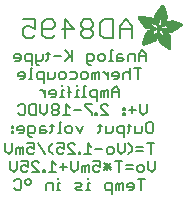
<source format=gbr>
G04 EAGLE Gerber RS-274X export*
G75*
%MOMM*%
%FSLAX34Y34*%
%LPD*%
%INSilkscreen Bottom*%
%IPPOS*%
%AMOC8*
5,1,8,0,0,1.08239X$1,22.5*%
G01*
%ADD10C,0.203200*%
%ADD11C,0.127000*%
%ADD12R,0.006300X0.050800*%
%ADD13R,0.006400X0.082600*%
%ADD14R,0.006300X0.120600*%
%ADD15R,0.006400X0.139700*%
%ADD16R,0.006300X0.158800*%
%ADD17R,0.006400X0.177800*%
%ADD18R,0.006300X0.196800*%
%ADD19R,0.006400X0.215900*%
%ADD20R,0.006300X0.228600*%
%ADD21R,0.006400X0.241300*%
%ADD22R,0.006300X0.254000*%
%ADD23R,0.006400X0.266700*%
%ADD24R,0.006300X0.279400*%
%ADD25R,0.006400X0.285700*%
%ADD26R,0.006300X0.298400*%
%ADD27R,0.006400X0.311200*%
%ADD28R,0.006300X0.317500*%
%ADD29R,0.006400X0.330200*%
%ADD30R,0.006300X0.336600*%
%ADD31R,0.006400X0.349200*%
%ADD32R,0.006300X0.361900*%
%ADD33R,0.006400X0.368300*%
%ADD34R,0.006300X0.381000*%
%ADD35R,0.006400X0.387300*%
%ADD36R,0.006300X0.393700*%
%ADD37R,0.006400X0.406400*%
%ADD38R,0.006300X0.412700*%
%ADD39R,0.006400X0.419100*%
%ADD40R,0.006300X0.431800*%
%ADD41R,0.006400X0.438100*%
%ADD42R,0.006300X0.450800*%
%ADD43R,0.006400X0.457200*%
%ADD44R,0.006300X0.463500*%
%ADD45R,0.006400X0.476200*%
%ADD46R,0.006300X0.482600*%
%ADD47R,0.006400X0.488900*%
%ADD48R,0.006300X0.501600*%
%ADD49R,0.006400X0.508000*%
%ADD50R,0.006300X0.514300*%
%ADD51R,0.006400X0.527000*%
%ADD52R,0.006300X0.533400*%
%ADD53R,0.006400X0.546100*%
%ADD54R,0.006300X0.552400*%
%ADD55R,0.006400X0.558800*%
%ADD56R,0.006300X0.571500*%
%ADD57R,0.006400X0.577800*%
%ADD58R,0.006300X0.584200*%
%ADD59R,0.006400X0.596900*%
%ADD60R,0.006300X0.603200*%
%ADD61R,0.006400X0.609600*%
%ADD62R,0.006300X0.622300*%
%ADD63R,0.006400X0.628600*%
%ADD64R,0.006300X0.641300*%
%ADD65R,0.006400X0.647700*%
%ADD66R,0.006300X0.063500*%
%ADD67R,0.006300X0.654000*%
%ADD68R,0.006400X0.101600*%
%ADD69R,0.006400X0.666700*%
%ADD70R,0.006300X0.139700*%
%ADD71R,0.006300X0.673100*%
%ADD72R,0.006400X0.165100*%
%ADD73R,0.006400X0.679400*%
%ADD74R,0.006300X0.196900*%
%ADD75R,0.006300X0.692100*%
%ADD76R,0.006400X0.222200*%
%ADD77R,0.006400X0.698500*%
%ADD78R,0.006300X0.247700*%
%ADD79R,0.006300X0.704800*%
%ADD80R,0.006400X0.279400*%
%ADD81R,0.006400X0.717500*%
%ADD82R,0.006300X0.298500*%
%ADD83R,0.006300X0.723900*%
%ADD84R,0.006400X0.736600*%
%ADD85R,0.006300X0.342900*%
%ADD86R,0.006300X0.742900*%
%ADD87R,0.006400X0.374700*%
%ADD88R,0.006400X0.749300*%
%ADD89R,0.006300X0.762000*%
%ADD90R,0.006400X0.412700*%
%ADD91R,0.006400X0.768300*%
%ADD92R,0.006300X0.438100*%
%ADD93R,0.006300X0.774700*%
%ADD94R,0.006400X0.463600*%
%ADD95R,0.006400X0.787400*%
%ADD96R,0.006300X0.793700*%
%ADD97R,0.006400X0.495300*%
%ADD98R,0.006400X0.800100*%
%ADD99R,0.006300X0.520700*%
%ADD100R,0.006300X0.812800*%
%ADD101R,0.006400X0.533400*%
%ADD102R,0.006400X0.819100*%
%ADD103R,0.006300X0.558800*%
%ADD104R,0.006300X0.825500*%
%ADD105R,0.006400X0.577900*%
%ADD106R,0.006400X0.831800*%
%ADD107R,0.006300X0.596900*%
%ADD108R,0.006300X0.844500*%
%ADD109R,0.006400X0.616000*%
%ADD110R,0.006400X0.850900*%
%ADD111R,0.006300X0.635000*%
%ADD112R,0.006300X0.857200*%
%ADD113R,0.006400X0.654100*%
%ADD114R,0.006400X0.863600*%
%ADD115R,0.006300X0.666700*%
%ADD116R,0.006300X0.869900*%
%ADD117R,0.006400X0.685800*%
%ADD118R,0.006400X0.876300*%
%ADD119R,0.006300X0.882600*%
%ADD120R,0.006400X0.723900*%
%ADD121R,0.006400X0.889000*%
%ADD122R,0.006300X0.895300*%
%ADD123R,0.006400X0.755700*%
%ADD124R,0.006400X0.901700*%
%ADD125R,0.006300X0.908000*%
%ADD126R,0.006400X0.793800*%
%ADD127R,0.006400X0.914400*%
%ADD128R,0.006300X0.806400*%
%ADD129R,0.006300X0.920700*%
%ADD130R,0.006400X0.825500*%
%ADD131R,0.006400X0.927100*%
%ADD132R,0.006300X0.933400*%
%ADD133R,0.006400X0.857300*%
%ADD134R,0.006400X0.939800*%
%ADD135R,0.006300X0.870000*%
%ADD136R,0.006300X0.939800*%
%ADD137R,0.006400X0.946100*%
%ADD138R,0.006300X0.952500*%
%ADD139R,0.006400X0.908000*%
%ADD140R,0.006400X0.958800*%
%ADD141R,0.006300X0.965200*%
%ADD142R,0.006400X0.965200*%
%ADD143R,0.006300X0.971500*%
%ADD144R,0.006400X0.952500*%
%ADD145R,0.006400X0.977900*%
%ADD146R,0.006300X0.958800*%
%ADD147R,0.006300X0.984200*%
%ADD148R,0.006400X0.971500*%
%ADD149R,0.006400X0.984200*%
%ADD150R,0.006300X0.990600*%
%ADD151R,0.006400X0.984300*%
%ADD152R,0.006400X0.996900*%
%ADD153R,0.006300X0.997000*%
%ADD154R,0.006300X0.996900*%
%ADD155R,0.006400X1.003300*%
%ADD156R,0.006300X1.016000*%
%ADD157R,0.006300X1.009600*%
%ADD158R,0.006400X1.016000*%
%ADD159R,0.006400X1.009600*%
%ADD160R,0.006300X1.022300*%
%ADD161R,0.006400X1.028700*%
%ADD162R,0.006300X1.035100*%
%ADD163R,0.006400X1.047800*%
%ADD164R,0.006300X1.054100*%
%ADD165R,0.006300X1.028700*%
%ADD166R,0.006400X1.054100*%
%ADD167R,0.006400X1.035000*%
%ADD168R,0.006300X1.060400*%
%ADD169R,0.006300X1.035000*%
%ADD170R,0.006400X1.060500*%
%ADD171R,0.006400X1.041400*%
%ADD172R,0.006300X1.066800*%
%ADD173R,0.006300X1.041400*%
%ADD174R,0.006400X1.079500*%
%ADD175R,0.006400X1.047700*%
%ADD176R,0.006300X1.085900*%
%ADD177R,0.006300X1.047700*%
%ADD178R,0.006400X1.085800*%
%ADD179R,0.006300X1.092200*%
%ADD180R,0.006400X1.085900*%
%ADD181R,0.006300X1.098600*%
%ADD182R,0.006400X1.098600*%
%ADD183R,0.006400X1.060400*%
%ADD184R,0.006300X1.104900*%
%ADD185R,0.006400X1.104900*%
%ADD186R,0.006400X1.066800*%
%ADD187R,0.006300X1.111200*%
%ADD188R,0.006400X1.117600*%
%ADD189R,0.006300X1.117600*%
%ADD190R,0.006300X1.073100*%
%ADD191R,0.006400X1.073100*%
%ADD192R,0.006300X1.124000*%
%ADD193R,0.006300X1.079500*%
%ADD194R,0.006400X1.123900*%
%ADD195R,0.006300X1.130300*%
%ADD196R,0.006400X1.130300*%
%ADD197R,0.006400X1.136700*%
%ADD198R,0.006300X1.136700*%
%ADD199R,0.006300X1.085800*%
%ADD200R,0.006400X1.136600*%
%ADD201R,0.006300X1.136600*%
%ADD202R,0.006400X1.143000*%
%ADD203R,0.006300X1.143000*%
%ADD204R,0.006300X1.149400*%
%ADD205R,0.006300X1.149300*%
%ADD206R,0.006400X1.149300*%
%ADD207R,0.006400X1.149400*%
%ADD208R,0.006400X1.155700*%
%ADD209R,0.006300X1.155700*%
%ADD210R,0.006300X1.060500*%
%ADD211R,0.006400X2.197100*%
%ADD212R,0.006300X2.197100*%
%ADD213R,0.006300X2.184400*%
%ADD214R,0.006400X2.184400*%
%ADD215R,0.006400X2.171700*%
%ADD216R,0.006300X2.171700*%
%ADD217R,0.006400X1.530300*%
%ADD218R,0.006300X1.505000*%
%ADD219R,0.006400X1.492300*%
%ADD220R,0.006300X1.485900*%
%ADD221R,0.006300X0.565200*%
%ADD222R,0.006400X1.473200*%
%ADD223R,0.006400X0.565200*%
%ADD224R,0.006300X1.460500*%
%ADD225R,0.006400X1.454100*%
%ADD226R,0.006400X0.552400*%
%ADD227R,0.006300X1.441500*%
%ADD228R,0.006300X0.546100*%
%ADD229R,0.006400X1.435100*%
%ADD230R,0.006400X0.539800*%
%ADD231R,0.006300X1.428800*%
%ADD232R,0.006400X1.422400*%
%ADD233R,0.006300X1.409700*%
%ADD234R,0.006300X0.527100*%
%ADD235R,0.006400X1.403300*%
%ADD236R,0.006400X0.527100*%
%ADD237R,0.006300X1.390700*%
%ADD238R,0.006400X1.384300*%
%ADD239R,0.006400X0.520700*%
%ADD240R,0.006300X1.384300*%
%ADD241R,0.006300X0.514400*%
%ADD242R,0.006400X1.371600*%
%ADD243R,0.006300X1.365200*%
%ADD244R,0.006300X0.508000*%
%ADD245R,0.006400X1.352600*%
%ADD246R,0.006400X0.501700*%
%ADD247R,0.006300X0.711200*%
%ADD248R,0.006300X0.603300*%
%ADD249R,0.006300X0.501700*%
%ADD250R,0.006400X0.692100*%
%ADD251R,0.006400X0.571500*%
%ADD252R,0.006300X0.679400*%
%ADD253R,0.006300X0.495300*%
%ADD254R,0.006400X0.673100*%
%ADD255R,0.006300X0.666800*%
%ADD256R,0.006300X0.488900*%
%ADD257R,0.006400X0.660400*%
%ADD258R,0.006400X0.482600*%
%ADD259R,0.006300X0.476200*%
%ADD260R,0.006400X0.654000*%
%ADD261R,0.006400X0.469900*%
%ADD262R,0.006400X0.476300*%
%ADD263R,0.006300X0.647700*%
%ADD264R,0.006300X0.457200*%
%ADD265R,0.006300X0.469900*%
%ADD266R,0.006400X0.641300*%
%ADD267R,0.006400X0.444500*%
%ADD268R,0.006300X0.463600*%
%ADD269R,0.006400X0.635000*%
%ADD270R,0.006400X0.463500*%
%ADD271R,0.006400X0.393700*%
%ADD272R,0.006400X0.450800*%
%ADD273R,0.006300X0.628600*%
%ADD274R,0.006300X0.387400*%
%ADD275R,0.006300X0.450900*%
%ADD276R,0.006400X0.628700*%
%ADD277R,0.006400X0.374600*%
%ADD278R,0.006300X0.368300*%
%ADD279R,0.006300X0.438200*%
%ADD280R,0.006400X0.622300*%
%ADD281R,0.006400X0.355600*%
%ADD282R,0.006400X0.431800*%
%ADD283R,0.006300X0.349300*%
%ADD284R,0.006300X0.425400*%
%ADD285R,0.006300X0.615900*%
%ADD286R,0.006300X0.330200*%
%ADD287R,0.006300X0.419100*%
%ADD288R,0.006300X0.616000*%
%ADD289R,0.006300X0.311200*%
%ADD290R,0.006300X0.406400*%
%ADD291R,0.006400X0.615900*%
%ADD292R,0.006400X0.304800*%
%ADD293R,0.006400X0.158800*%
%ADD294R,0.006300X0.609600*%
%ADD295R,0.006300X0.292100*%
%ADD296R,0.006300X0.235000*%
%ADD297R,0.006400X0.387400*%
%ADD298R,0.006400X0.292100*%
%ADD299R,0.006300X0.336500*%
%ADD300R,0.006300X0.260400*%
%ADD301R,0.006400X0.603300*%
%ADD302R,0.006400X0.260400*%
%ADD303R,0.006400X0.362000*%
%ADD304R,0.006400X0.450900*%
%ADD305R,0.006300X0.355600*%
%ADD306R,0.006400X0.342900*%
%ADD307R,0.006400X0.514300*%
%ADD308R,0.006300X0.234900*%
%ADD309R,0.006300X0.539700*%
%ADD310R,0.006400X0.603200*%
%ADD311R,0.006400X0.234900*%
%ADD312R,0.006400X0.920700*%
%ADD313R,0.006400X0.958900*%
%ADD314R,0.006300X0.215900*%
%ADD315R,0.006400X0.209600*%
%ADD316R,0.006300X0.203200*%
%ADD317R,0.006300X1.003300*%
%ADD318R,0.006400X0.203200*%
%ADD319R,0.006400X0.196900*%
%ADD320R,0.006300X0.190500*%
%ADD321R,0.006400X0.190500*%
%ADD322R,0.006300X0.184200*%
%ADD323R,0.006400X0.590500*%
%ADD324R,0.006400X0.184200*%
%ADD325R,0.006300X0.590500*%
%ADD326R,0.006300X0.177800*%
%ADD327R,0.006400X0.584200*%
%ADD328R,0.006400X1.168400*%
%ADD329R,0.006300X0.171500*%
%ADD330R,0.006300X1.187500*%
%ADD331R,0.006400X1.200100*%
%ADD332R,0.006300X0.577800*%
%ADD333R,0.006300X1.212900*%
%ADD334R,0.006400X1.231900*%
%ADD335R,0.006300X1.250900*%
%ADD336R,0.006400X0.565100*%
%ADD337R,0.006400X0.184100*%
%ADD338R,0.006400X1.263700*%
%ADD339R,0.006300X0.565100*%
%ADD340R,0.006300X1.289100*%
%ADD341R,0.006400X1.314400*%
%ADD342R,0.006300X0.552500*%
%ADD343R,0.006300X1.568500*%
%ADD344R,0.006400X0.552500*%
%ADD345R,0.006400X1.581200*%
%ADD346R,0.006300X1.593800*%
%ADD347R,0.006400X1.606500*%
%ADD348R,0.006300X1.619300*%
%ADD349R,0.006400X0.514400*%
%ADD350R,0.006400X1.638300*%
%ADD351R,0.006300X1.657300*%
%ADD352R,0.006400X2.209800*%
%ADD353R,0.006300X2.425700*%
%ADD354R,0.006400X2.470100*%
%ADD355R,0.006300X2.501900*%
%ADD356R,0.006400X2.533700*%
%ADD357R,0.006300X2.559000*%
%ADD358R,0.006400X2.584500*%
%ADD359R,0.006300X2.609900*%
%ADD360R,0.006400X2.628900*%
%ADD361R,0.006300X2.660600*%
%ADD362R,0.006400X2.673400*%
%ADD363R,0.006300X1.422400*%
%ADD364R,0.006300X1.200200*%
%ADD365R,0.006300X1.365300*%
%ADD366R,0.006400X1.365300*%
%ADD367R,0.006300X1.352500*%
%ADD368R,0.006300X1.098500*%
%ADD369R,0.006400X1.358900*%
%ADD370R,0.006300X1.352600*%
%ADD371R,0.006300X1.358900*%
%ADD372R,0.006300X1.371600*%
%ADD373R,0.006400X1.377900*%
%ADD374R,0.006400X1.397000*%
%ADD375R,0.006300X1.403300*%
%ADD376R,0.006300X0.914400*%
%ADD377R,0.006300X0.876300*%
%ADD378R,0.006300X0.374600*%
%ADD379R,0.006400X1.073200*%
%ADD380R,0.006300X0.374700*%
%ADD381R,0.006400X0.844600*%
%ADD382R,0.006300X0.844600*%
%ADD383R,0.006400X0.831900*%
%ADD384R,0.006400X1.092200*%
%ADD385R,0.006300X0.400000*%
%ADD386R,0.006400X0.819200*%
%ADD387R,0.006400X1.111300*%
%ADD388R,0.006400X0.812800*%
%ADD389R,0.006300X0.800100*%
%ADD390R,0.006300X0.476300*%
%ADD391R,0.006300X1.181100*%
%ADD392R,0.006400X0.501600*%
%ADD393R,0.006400X1.193800*%
%ADD394R,0.006400X0.781000*%
%ADD395R,0.006400X1.238200*%
%ADD396R,0.006300X0.781100*%
%ADD397R,0.006300X1.257300*%
%ADD398R,0.006400X1.295400*%
%ADD399R,0.006300X1.333500*%
%ADD400R,0.006400X0.774700*%
%ADD401R,0.006400X1.866900*%
%ADD402R,0.006300X0.209600*%
%ADD403R,0.006300X1.866900*%
%ADD404R,0.006400X0.768400*%
%ADD405R,0.006400X0.209500*%
%ADD406R,0.006400X1.860600*%
%ADD407R,0.006400X0.762000*%
%ADD408R,0.006300X0.768400*%
%ADD409R,0.006300X1.860600*%
%ADD410R,0.006400X1.860500*%
%ADD411R,0.006300X0.222300*%
%ADD412R,0.006300X1.854200*%
%ADD413R,0.006400X0.235000*%
%ADD414R,0.006400X1.854200*%
%ADD415R,0.006300X0.768300*%
%ADD416R,0.006400X0.260300*%
%ADD417R,0.006400X1.847800*%
%ADD418R,0.006300X0.266700*%
%ADD419R,0.006300X1.847800*%
%ADD420R,0.006400X0.273100*%
%ADD421R,0.006400X1.841500*%
%ADD422R,0.006300X0.285800*%
%ADD423R,0.006300X1.841500*%
%ADD424R,0.006400X0.298500*%
%ADD425R,0.006400X1.835100*%
%ADD426R,0.006300X0.781000*%
%ADD427R,0.006300X0.304800*%
%ADD428R,0.006300X1.835100*%
%ADD429R,0.006400X0.317500*%
%ADD430R,0.006400X1.828800*%
%ADD431R,0.006300X0.787400*%
%ADD432R,0.006300X0.323800*%
%ADD433R,0.006300X1.828800*%
%ADD434R,0.006400X0.793700*%
%ADD435R,0.006400X1.822400*%
%ADD436R,0.006300X0.806500*%
%ADD437R,0.006300X1.822400*%
%ADD438R,0.006400X1.816100*%
%ADD439R,0.006300X0.819100*%
%ADD440R,0.006300X0.387300*%
%ADD441R,0.006300X1.816100*%
%ADD442R,0.006400X1.809800*%
%ADD443R,0.006300X1.803400*%
%ADD444R,0.006400X1.797000*%
%ADD445R,0.006300X0.901700*%
%ADD446R,0.006300X1.797000*%
%ADD447R,0.006400X1.441400*%
%ADD448R,0.006400X1.790700*%
%ADD449R,0.006300X1.447800*%
%ADD450R,0.006300X1.784300*%
%ADD451R,0.006400X1.447800*%
%ADD452R,0.006400X1.784300*%
%ADD453R,0.006300X1.454100*%
%ADD454R,0.006300X1.771700*%
%ADD455R,0.006400X1.460500*%
%ADD456R,0.006400X1.759000*%
%ADD457R,0.006300X1.466800*%
%ADD458R,0.006300X1.752600*%
%ADD459R,0.006400X1.466800*%
%ADD460R,0.006400X1.739900*%
%ADD461R,0.006300X1.473200*%
%ADD462R,0.006300X1.727200*%
%ADD463R,0.006400X1.479500*%
%ADD464R,0.006400X1.714500*%
%ADD465R,0.006300X1.695400*%
%ADD466R,0.006400X1.485900*%
%ADD467R,0.006400X1.682700*%
%ADD468R,0.006300X1.492200*%
%ADD469R,0.006300X1.663700*%
%ADD470R,0.006400X1.498600*%
%ADD471R,0.006400X1.644600*%
%ADD472R,0.006300X1.498600*%
%ADD473R,0.006300X1.619200*%
%ADD474R,0.006400X1.511300*%
%ADD475R,0.006400X1.600200*%
%ADD476R,0.006300X1.517700*%
%ADD477R,0.006300X1.574800*%
%ADD478R,0.006400X1.524000*%
%ADD479R,0.006400X1.555800*%
%ADD480R,0.006300X1.524000*%
%ADD481R,0.006300X1.536700*%
%ADD482R,0.006400X1.530400*%
%ADD483R,0.006400X1.517700*%
%ADD484R,0.006300X1.492300*%
%ADD485R,0.006400X1.549400*%
%ADD486R,0.006400X1.479600*%
%ADD487R,0.006300X1.549400*%
%ADD488R,0.006400X1.555700*%
%ADD489R,0.006300X1.562100*%
%ADD490R,0.006300X0.323900*%
%ADD491R,0.006400X1.568400*%
%ADD492R,0.006400X0.336600*%
%ADD493R,0.006300X1.587500*%
%ADD494R,0.006300X0.971600*%
%ADD495R,0.006400X0.349300*%
%ADD496R,0.006300X1.600200*%
%ADD497R,0.006300X0.920800*%
%ADD498R,0.006400X0.882700*%
%ADD499R,0.006300X1.612900*%
%ADD500R,0.006300X0.362000*%
%ADD501R,0.006400X1.625600*%
%ADD502R,0.006300X1.625600*%
%ADD503R,0.006300X1.644600*%
%ADD504R,0.006300X0.736600*%
%ADD505R,0.006400X0.717600*%
%ADD506R,0.006300X1.657400*%
%ADD507R,0.006300X0.679500*%
%ADD508R,0.006400X1.663700*%
%ADD509R,0.006400X0.400000*%
%ADD510R,0.006300X1.676400*%
%ADD511R,0.006400X1.676400*%
%ADD512R,0.006400X0.425500*%
%ADD513R,0.006400X1.352500*%
%ADD514R,0.006300X0.444500*%
%ADD515R,0.006400X0.361900*%
%ADD516R,0.006300X0.088900*%
%ADD517R,0.006300X1.009700*%
%ADD518R,0.006400X1.009700*%
%ADD519R,0.006400X1.022300*%
%ADD520R,0.006400X1.346200*%
%ADD521R,0.006300X1.346200*%
%ADD522R,0.006400X1.339900*%
%ADD523R,0.006400X1.035100*%
%ADD524R,0.006300X1.339800*%
%ADD525R,0.006400X1.333500*%
%ADD526R,0.006400X1.327200*%
%ADD527R,0.006300X1.320800*%
%ADD528R,0.006400X1.314500*%
%ADD529R,0.006300X1.314400*%
%ADD530R,0.006400X1.301700*%
%ADD531R,0.006300X1.295400*%
%ADD532R,0.006400X1.289000*%
%ADD533R,0.006300X1.276300*%
%ADD534R,0.006300X1.251000*%
%ADD535R,0.006400X1.244600*%
%ADD536R,0.006300X1.231900*%
%ADD537R,0.006400X1.212800*%
%ADD538R,0.006300X1.200100*%
%ADD539R,0.006400X1.187400*%
%ADD540R,0.006300X1.168400*%
%ADD541R,0.006300X1.047800*%
%ADD542R,0.006300X0.977900*%
%ADD543R,0.006400X0.946200*%
%ADD544R,0.006400X0.933400*%
%ADD545R,0.006400X0.895300*%
%ADD546R,0.006300X0.882700*%
%ADD547R,0.006300X0.863600*%
%ADD548R,0.006400X0.857200*%
%ADD549R,0.006300X0.850900*%
%ADD550R,0.006300X0.838200*%
%ADD551R,0.006400X0.806500*%
%ADD552R,0.006300X0.717600*%
%ADD553R,0.006400X0.711200*%
%ADD554R,0.006400X0.641400*%
%ADD555R,0.006300X0.641400*%
%ADD556R,0.006300X0.628700*%
%ADD557R,0.006300X0.590600*%
%ADD558R,0.006400X0.539700*%
%ADD559R,0.006300X0.285700*%
%ADD560R,0.006300X0.222200*%
%ADD561R,0.006300X0.171400*%
%ADD562R,0.006400X0.152400*%
%ADD563R,0.006300X0.133400*%


D10*
X149699Y136906D02*
X149699Y147414D01*
X144445Y152667D01*
X139191Y147414D01*
X139191Y136906D01*
X139191Y144787D02*
X149699Y144787D01*
X133327Y152667D02*
X133327Y136906D01*
X125446Y136906D01*
X122820Y139533D01*
X122820Y150041D01*
X125446Y152667D01*
X133327Y152667D01*
X116956Y150041D02*
X114329Y152667D01*
X109075Y152667D01*
X106448Y150041D01*
X106448Y147414D01*
X109075Y144787D01*
X106448Y142160D01*
X106448Y139533D01*
X109075Y136906D01*
X114329Y136906D01*
X116956Y139533D01*
X116956Y142160D01*
X114329Y144787D01*
X116956Y147414D01*
X116956Y150041D01*
X114329Y144787D02*
X109075Y144787D01*
X92703Y152667D02*
X92703Y136906D01*
X100584Y144787D02*
X92703Y152667D01*
X90076Y144787D02*
X100584Y144787D01*
X84213Y139533D02*
X81586Y136906D01*
X76332Y136906D01*
X73705Y139533D01*
X73705Y150041D01*
X76332Y152667D01*
X81586Y152667D01*
X84213Y150041D01*
X84213Y147414D01*
X81586Y144787D01*
X73705Y144787D01*
X67841Y152667D02*
X57333Y152667D01*
X67841Y152667D02*
X67841Y144787D01*
X62587Y147414D01*
X59960Y147414D01*
X57333Y144787D01*
X57333Y139533D01*
X59960Y136906D01*
X65214Y136906D01*
X67841Y139533D01*
D11*
X161195Y123407D02*
X161195Y117475D01*
X161195Y123407D02*
X158230Y126373D01*
X155264Y123407D01*
X155264Y117475D01*
X155264Y121924D02*
X161195Y121924D01*
X151840Y123407D02*
X151840Y117475D01*
X151840Y123407D02*
X147391Y123407D01*
X145908Y121924D01*
X145908Y117475D01*
X141002Y123407D02*
X138036Y123407D01*
X136553Y121924D01*
X136553Y117475D01*
X141002Y117475D01*
X142485Y118958D01*
X141002Y120441D01*
X136553Y120441D01*
X133130Y126373D02*
X131647Y126373D01*
X131647Y117475D01*
X133130Y117475D02*
X130164Y117475D01*
X125410Y117475D02*
X122444Y117475D01*
X120961Y118958D01*
X120961Y121924D01*
X122444Y123407D01*
X125410Y123407D01*
X126893Y121924D01*
X126893Y118958D01*
X125410Y117475D01*
X114572Y114509D02*
X113089Y114509D01*
X111606Y115992D01*
X111606Y123407D01*
X116055Y123407D01*
X117538Y121924D01*
X117538Y118958D01*
X116055Y117475D01*
X111606Y117475D01*
X98827Y117475D02*
X98827Y126373D01*
X92896Y126373D02*
X98827Y120441D01*
X97345Y121924D02*
X92896Y117475D01*
X89472Y121924D02*
X83541Y121924D01*
X78634Y124890D02*
X78634Y118958D01*
X77151Y117475D01*
X77151Y123407D02*
X80117Y123407D01*
X73880Y123407D02*
X73880Y118958D01*
X72397Y117475D01*
X67949Y117475D01*
X67949Y115992D02*
X67949Y123407D01*
X67949Y115992D02*
X69432Y114509D01*
X70914Y114509D01*
X64525Y114509D02*
X64525Y123407D01*
X60076Y123407D01*
X58593Y121924D01*
X58593Y118958D01*
X60076Y117475D01*
X64525Y117475D01*
X53687Y117475D02*
X50721Y117475D01*
X53687Y117475D02*
X55170Y118958D01*
X55170Y121924D01*
X53687Y123407D01*
X50721Y123407D01*
X49238Y121924D01*
X49238Y120441D01*
X55170Y120441D01*
X154332Y111133D02*
X154332Y102235D01*
X157297Y111133D02*
X151366Y111133D01*
X147942Y111133D02*
X147942Y102235D01*
X147942Y106684D02*
X146459Y108167D01*
X143493Y108167D01*
X142010Y106684D01*
X142010Y102235D01*
X137104Y102235D02*
X134138Y102235D01*
X137104Y102235D02*
X138587Y103718D01*
X138587Y106684D01*
X137104Y108167D01*
X134138Y108167D01*
X132655Y106684D01*
X132655Y105201D01*
X138587Y105201D01*
X129232Y102235D02*
X129232Y108167D01*
X129232Y105201D02*
X126266Y108167D01*
X124783Y108167D01*
X121436Y108167D02*
X121436Y102235D01*
X121436Y108167D02*
X119953Y108167D01*
X118470Y106684D01*
X118470Y102235D01*
X118470Y106684D02*
X116987Y108167D01*
X115504Y106684D01*
X115504Y102235D01*
X110598Y102235D02*
X107632Y102235D01*
X106149Y103718D01*
X106149Y106684D01*
X107632Y108167D01*
X110598Y108167D01*
X112081Y106684D01*
X112081Y103718D01*
X110598Y102235D01*
X101243Y108167D02*
X96794Y108167D01*
X101243Y108167D02*
X102725Y106684D01*
X102725Y103718D01*
X101243Y102235D01*
X96794Y102235D01*
X91887Y102235D02*
X88922Y102235D01*
X87439Y103718D01*
X87439Y106684D01*
X88922Y108167D01*
X91887Y108167D01*
X93370Y106684D01*
X93370Y103718D01*
X91887Y102235D01*
X84015Y103718D02*
X84015Y108167D01*
X84015Y103718D02*
X82532Y102235D01*
X78083Y102235D01*
X78083Y108167D01*
X74660Y108167D02*
X74660Y99269D01*
X74660Y108167D02*
X70211Y108167D01*
X68728Y106684D01*
X68728Y103718D01*
X70211Y102235D01*
X74660Y102235D01*
X65305Y111133D02*
X63822Y111133D01*
X63822Y102235D01*
X65305Y102235D02*
X62339Y102235D01*
X57585Y102235D02*
X54619Y102235D01*
X57585Y102235D02*
X59068Y103718D01*
X59068Y106684D01*
X57585Y108167D01*
X54619Y108167D01*
X53136Y106684D01*
X53136Y105201D01*
X59068Y105201D01*
X138587Y92927D02*
X138587Y86995D01*
X138587Y92927D02*
X135621Y95893D01*
X132655Y92927D01*
X132655Y86995D01*
X132655Y91444D02*
X138587Y91444D01*
X129232Y92927D02*
X129232Y86995D01*
X129232Y92927D02*
X127749Y92927D01*
X126266Y91444D01*
X126266Y86995D01*
X126266Y91444D02*
X124783Y92927D01*
X123300Y91444D01*
X123300Y86995D01*
X119877Y84029D02*
X119877Y92927D01*
X115428Y92927D01*
X113945Y91444D01*
X113945Y88478D01*
X115428Y86995D01*
X119877Y86995D01*
X110521Y95893D02*
X109039Y95893D01*
X109039Y86995D01*
X110521Y86995D02*
X107556Y86995D01*
X104285Y92927D02*
X102802Y92927D01*
X102802Y86995D01*
X104285Y86995D02*
X101319Y86995D01*
X102802Y95893D02*
X102802Y97376D01*
X96565Y94410D02*
X96565Y86995D01*
X96565Y94410D02*
X95082Y95893D01*
X95082Y91444D02*
X98048Y91444D01*
X91811Y92927D02*
X90328Y92927D01*
X90328Y86995D01*
X91811Y86995D02*
X88845Y86995D01*
X90328Y95893D02*
X90328Y97376D01*
X84091Y86995D02*
X81126Y86995D01*
X84091Y86995D02*
X85574Y88478D01*
X85574Y91444D01*
X84091Y92927D01*
X81126Y92927D01*
X79643Y91444D01*
X79643Y89961D01*
X85574Y89961D01*
X76219Y86995D02*
X76219Y92927D01*
X76219Y89961D02*
X73253Y92927D01*
X71770Y92927D01*
X162176Y80653D02*
X162176Y74721D01*
X159210Y71755D01*
X156244Y74721D01*
X156244Y80653D01*
X152821Y76204D02*
X146889Y76204D01*
X149855Y79170D02*
X149855Y73238D01*
X143466Y77687D02*
X141983Y77687D01*
X141983Y76204D01*
X143466Y76204D01*
X143466Y77687D01*
X143466Y73238D02*
X141983Y73238D01*
X141983Y71755D01*
X143466Y71755D01*
X143466Y73238D01*
X129433Y71755D02*
X123501Y71755D01*
X129433Y71755D02*
X123501Y77687D01*
X123501Y79170D01*
X124984Y80653D01*
X127950Y80653D01*
X129433Y79170D01*
X120078Y73238D02*
X120078Y71755D01*
X120078Y73238D02*
X118595Y73238D01*
X118595Y71755D01*
X120078Y71755D01*
X115400Y80653D02*
X109469Y80653D01*
X109469Y79170D01*
X115400Y73238D01*
X115400Y71755D01*
X106045Y76204D02*
X100113Y76204D01*
X96690Y77687D02*
X93724Y80653D01*
X93724Y71755D01*
X96690Y71755D02*
X90758Y71755D01*
X87335Y79170D02*
X85852Y80653D01*
X82886Y80653D01*
X81403Y79170D01*
X81403Y77687D01*
X82886Y76204D01*
X81403Y74721D01*
X81403Y73238D01*
X82886Y71755D01*
X85852Y71755D01*
X87335Y73238D01*
X87335Y74721D01*
X85852Y76204D01*
X87335Y77687D01*
X87335Y79170D01*
X85852Y76204D02*
X82886Y76204D01*
X77979Y74721D02*
X77979Y80653D01*
X77979Y74721D02*
X75014Y71755D01*
X72048Y74721D01*
X72048Y80653D01*
X68624Y80653D02*
X68624Y71755D01*
X64176Y71755D01*
X62693Y73238D01*
X62693Y79170D01*
X64176Y80653D01*
X68624Y80653D01*
X54820Y80653D02*
X53337Y79170D01*
X54820Y80653D02*
X57786Y80653D01*
X59269Y79170D01*
X59269Y73238D01*
X57786Y71755D01*
X54820Y71755D01*
X53337Y73238D01*
X163185Y65413D02*
X166150Y65413D01*
X167633Y63930D01*
X167633Y57998D01*
X166150Y56515D01*
X163185Y56515D01*
X161702Y57998D01*
X161702Y63930D01*
X163185Y65413D01*
X158278Y62447D02*
X158278Y57998D01*
X156795Y56515D01*
X152346Y56515D01*
X152346Y62447D01*
X147440Y63930D02*
X147440Y57998D01*
X145957Y56515D01*
X145957Y62447D02*
X148923Y62447D01*
X142686Y62447D02*
X142686Y53549D01*
X142686Y62447D02*
X138237Y62447D01*
X136754Y60964D01*
X136754Y57998D01*
X138237Y56515D01*
X142686Y56515D01*
X133331Y57998D02*
X133331Y62447D01*
X133331Y57998D02*
X131848Y56515D01*
X127399Y56515D01*
X127399Y62447D01*
X122493Y63930D02*
X122493Y57998D01*
X121010Y56515D01*
X121010Y62447D02*
X123976Y62447D01*
X108384Y62447D02*
X105418Y56515D01*
X102452Y62447D01*
X97546Y56515D02*
X94580Y56515D01*
X93097Y57998D01*
X93097Y60964D01*
X94580Y62447D01*
X97546Y62447D01*
X99029Y60964D01*
X99029Y57998D01*
X97546Y56515D01*
X89673Y65413D02*
X88191Y65413D01*
X88191Y56515D01*
X89673Y56515D02*
X86708Y56515D01*
X81954Y57998D02*
X81954Y63930D01*
X81954Y57998D02*
X80471Y56515D01*
X80471Y62447D02*
X83437Y62447D01*
X75717Y62447D02*
X72751Y62447D01*
X71268Y60964D01*
X71268Y56515D01*
X75717Y56515D01*
X77200Y57998D01*
X75717Y59481D01*
X71268Y59481D01*
X64879Y53549D02*
X63396Y53549D01*
X61913Y55032D01*
X61913Y62447D01*
X66362Y62447D01*
X67845Y60964D01*
X67845Y57998D01*
X66362Y56515D01*
X61913Y56515D01*
X57007Y56515D02*
X54041Y56515D01*
X57007Y56515D02*
X58490Y57998D01*
X58490Y60964D01*
X57007Y62447D01*
X54041Y62447D01*
X52558Y60964D01*
X52558Y59481D01*
X58490Y59481D01*
X49134Y62447D02*
X47651Y62447D01*
X47651Y60964D01*
X49134Y60964D01*
X49134Y62447D01*
X49134Y57998D02*
X47651Y57998D01*
X47651Y56515D01*
X49134Y56515D01*
X49134Y57998D01*
X165246Y47633D02*
X165246Y38735D01*
X168212Y47633D02*
X162280Y47633D01*
X158857Y41701D02*
X152925Y41701D01*
X152925Y44667D02*
X158857Y44667D01*
X149501Y41701D02*
X146536Y38735D01*
X149501Y41701D02*
X149501Y44667D01*
X146536Y47633D01*
X143265Y47633D02*
X143265Y41701D01*
X140299Y38735D01*
X137333Y41701D01*
X137333Y47633D01*
X132427Y38735D02*
X129461Y38735D01*
X127978Y40218D01*
X127978Y43184D01*
X129461Y44667D01*
X132427Y44667D01*
X133909Y43184D01*
X133909Y40218D01*
X132427Y38735D01*
X124554Y43184D02*
X118623Y43184D01*
X115199Y44667D02*
X112233Y47633D01*
X112233Y38735D01*
X115199Y38735D02*
X109267Y38735D01*
X105844Y38735D02*
X105844Y40218D01*
X104361Y40218D01*
X104361Y38735D01*
X105844Y38735D01*
X101166Y38735D02*
X95235Y38735D01*
X101166Y38735D02*
X95235Y44667D01*
X95235Y46150D01*
X96717Y47633D01*
X99683Y47633D01*
X101166Y46150D01*
X91811Y47633D02*
X85879Y47633D01*
X91811Y47633D02*
X91811Y43184D01*
X88845Y44667D01*
X87362Y44667D01*
X85879Y43184D01*
X85879Y40218D01*
X87362Y38735D01*
X90328Y38735D01*
X91811Y40218D01*
X82456Y38735D02*
X79490Y41701D01*
X79490Y44667D01*
X82456Y47633D01*
X76219Y38735D02*
X70287Y47633D01*
X66864Y47633D02*
X60932Y47633D01*
X66864Y47633D02*
X66864Y43184D01*
X63898Y44667D01*
X62415Y44667D01*
X60932Y43184D01*
X60932Y40218D01*
X62415Y38735D01*
X65381Y38735D01*
X66864Y40218D01*
X57509Y38735D02*
X57509Y44667D01*
X56026Y44667D01*
X54543Y43184D01*
X54543Y38735D01*
X54543Y43184D02*
X53060Y44667D01*
X51577Y43184D01*
X51577Y38735D01*
X48154Y41701D02*
X48154Y47633D01*
X48154Y41701D02*
X45188Y38735D01*
X42222Y41701D01*
X42222Y47633D01*
X169193Y32393D02*
X169193Y26461D01*
X166227Y23495D01*
X163261Y26461D01*
X163261Y32393D01*
X158354Y23495D02*
X155389Y23495D01*
X153906Y24978D01*
X153906Y27944D01*
X155389Y29427D01*
X158354Y29427D01*
X159837Y27944D01*
X159837Y24978D01*
X158354Y23495D01*
X150482Y26461D02*
X144550Y26461D01*
X144550Y29427D02*
X150482Y29427D01*
X138161Y32393D02*
X138161Y23495D01*
X141127Y32393D02*
X135195Y32393D01*
X131772Y30910D02*
X125840Y24978D01*
X131772Y24978D02*
X125840Y30910D01*
X125840Y27944D02*
X131772Y27944D01*
X128806Y24978D02*
X128806Y30910D01*
X122417Y32393D02*
X116485Y32393D01*
X122417Y32393D02*
X122417Y27944D01*
X119451Y29427D01*
X117968Y29427D01*
X116485Y27944D01*
X116485Y24978D01*
X117968Y23495D01*
X120934Y23495D01*
X122417Y24978D01*
X113061Y23495D02*
X113061Y29427D01*
X111579Y29427D01*
X110096Y27944D01*
X110096Y23495D01*
X110096Y27944D02*
X108613Y29427D01*
X107130Y27944D01*
X107130Y23495D01*
X103706Y26461D02*
X103706Y32393D01*
X103706Y26461D02*
X100740Y23495D01*
X97775Y26461D01*
X97775Y32393D01*
X94351Y27944D02*
X88419Y27944D01*
X91385Y30910D02*
X91385Y24978D01*
X84996Y29427D02*
X82030Y32393D01*
X82030Y23495D01*
X84996Y23495D02*
X79064Y23495D01*
X75641Y23495D02*
X75641Y24978D01*
X74158Y24978D01*
X74158Y23495D01*
X75641Y23495D01*
X70963Y23495D02*
X65031Y23495D01*
X70963Y23495D02*
X65031Y29427D01*
X65031Y30910D01*
X66514Y32393D01*
X69480Y32393D01*
X70963Y30910D01*
X61608Y32393D02*
X55676Y32393D01*
X61608Y32393D02*
X61608Y27944D01*
X58642Y29427D01*
X57159Y29427D01*
X55676Y27944D01*
X55676Y24978D01*
X57159Y23495D01*
X60125Y23495D01*
X61608Y24978D01*
X52253Y26461D02*
X52253Y32393D01*
X52253Y26461D02*
X49287Y23495D01*
X46321Y26461D01*
X46321Y32393D01*
X157450Y17153D02*
X157450Y8255D01*
X160416Y17153D02*
X154484Y17153D01*
X149578Y8255D02*
X146612Y8255D01*
X149578Y8255D02*
X151061Y9738D01*
X151061Y12704D01*
X149578Y14187D01*
X146612Y14187D01*
X145129Y12704D01*
X145129Y11221D01*
X151061Y11221D01*
X141705Y8255D02*
X141705Y14187D01*
X140222Y14187D01*
X138740Y12704D01*
X138740Y8255D01*
X138740Y12704D02*
X137257Y14187D01*
X135774Y12704D01*
X135774Y8255D01*
X132350Y5289D02*
X132350Y14187D01*
X127901Y14187D01*
X126418Y12704D01*
X126418Y9738D01*
X127901Y8255D01*
X132350Y8255D01*
X113640Y14187D02*
X112157Y14187D01*
X112157Y8255D01*
X113640Y8255D02*
X110674Y8255D01*
X112157Y17153D02*
X112157Y18636D01*
X107403Y8255D02*
X102954Y8255D01*
X101471Y9738D01*
X102954Y11221D01*
X105920Y11221D01*
X107403Y12704D01*
X105920Y14187D01*
X101471Y14187D01*
X88693Y14187D02*
X87210Y14187D01*
X87210Y8255D01*
X88693Y8255D02*
X85727Y8255D01*
X87210Y17153D02*
X87210Y18636D01*
X82456Y14187D02*
X82456Y8255D01*
X82456Y14187D02*
X78007Y14187D01*
X76524Y12704D01*
X76524Y8255D01*
X62263Y17153D02*
X60780Y17153D01*
X59297Y15670D01*
X59297Y14187D01*
X60780Y12704D01*
X62263Y12704D01*
X63746Y14187D01*
X63746Y15670D01*
X62263Y17153D01*
X51501Y17153D02*
X50018Y15670D01*
X51501Y17153D02*
X54467Y17153D01*
X55950Y15670D01*
X55950Y9738D01*
X54467Y8255D01*
X51501Y8255D01*
X50018Y9738D01*
D12*
X155131Y153638D03*
D13*
X155194Y153670D03*
D14*
X155258Y153670D03*
D15*
X155321Y153639D03*
D16*
X155385Y153670D03*
D17*
X155448Y153638D03*
D18*
X155512Y153670D03*
D19*
X155575Y153639D03*
D20*
X155639Y153638D03*
D21*
X155702Y153575D03*
D22*
X155766Y153575D03*
D23*
X155829Y153512D03*
D24*
X155893Y153511D03*
D25*
X155956Y153480D03*
D26*
X156020Y153416D03*
D27*
X156083Y153416D03*
D28*
X156147Y153385D03*
D29*
X156210Y153321D03*
D30*
X156274Y153289D03*
D31*
X156337Y153289D03*
D32*
X156401Y153226D03*
D33*
X156464Y153194D03*
D34*
X156528Y153130D03*
D35*
X156591Y153099D03*
D36*
X156655Y153067D03*
D37*
X156718Y153003D03*
D38*
X156782Y152972D03*
D39*
X156845Y152940D03*
D40*
X156909Y152876D03*
D41*
X156972Y152845D03*
D42*
X157036Y152781D03*
D43*
X157099Y152749D03*
D44*
X157163Y152718D03*
D45*
X157226Y152654D03*
D46*
X157290Y152622D03*
D47*
X157353Y152591D03*
D48*
X157417Y152527D03*
D49*
X157480Y152495D03*
D50*
X157544Y152464D03*
D51*
X157607Y152400D03*
D52*
X157671Y152368D03*
D53*
X157734Y152305D03*
D54*
X157798Y152273D03*
D55*
X157861Y152241D03*
D56*
X157925Y152178D03*
D57*
X157988Y152146D03*
D58*
X158052Y152114D03*
D59*
X158115Y152051D03*
D60*
X158179Y152019D03*
D61*
X158242Y151987D03*
D62*
X158306Y151924D03*
D63*
X158369Y151892D03*
D64*
X158433Y151829D03*
D65*
X158496Y151797D03*
D66*
X158560Y131985D03*
D67*
X158560Y151765D03*
D68*
X158623Y131985D03*
D69*
X158623Y151702D03*
D70*
X158687Y132049D03*
D71*
X158687Y151670D03*
D72*
X158750Y132112D03*
D73*
X158750Y151638D03*
D74*
X158814Y132144D03*
D75*
X158814Y151575D03*
D76*
X158877Y132207D03*
D77*
X158877Y151543D03*
D78*
X158941Y132271D03*
D79*
X158941Y151511D03*
D80*
X159004Y132366D03*
D81*
X159004Y151448D03*
D82*
X159068Y132398D03*
D83*
X159068Y151416D03*
D29*
X159131Y132493D03*
D84*
X159131Y151352D03*
D85*
X159195Y132557D03*
D86*
X159195Y151321D03*
D87*
X159258Y132652D03*
D88*
X159258Y151289D03*
D36*
X159322Y132747D03*
D89*
X159322Y151225D03*
D90*
X159385Y132779D03*
D91*
X159385Y151194D03*
D92*
X159449Y132906D03*
D93*
X159449Y151162D03*
D94*
X159512Y132969D03*
D95*
X159512Y151098D03*
D46*
X159576Y133064D03*
D96*
X159576Y151067D03*
D97*
X159639Y133128D03*
D98*
X159639Y151035D03*
D99*
X159703Y133255D03*
D100*
X159703Y150971D03*
D101*
X159766Y133318D03*
D102*
X159766Y150940D03*
D103*
X159830Y133445D03*
D104*
X159830Y150908D03*
D105*
X159893Y133541D03*
D106*
X159893Y150876D03*
D107*
X159957Y133636D03*
D108*
X159957Y150813D03*
D109*
X160020Y133731D03*
D110*
X160020Y150781D03*
D111*
X160084Y133826D03*
D112*
X160084Y150749D03*
D113*
X160147Y133922D03*
D114*
X160147Y150717D03*
D115*
X160211Y134049D03*
D116*
X160211Y150686D03*
D117*
X160274Y134144D03*
D118*
X160274Y150654D03*
D79*
X160338Y134239D03*
D119*
X160338Y150622D03*
D120*
X160401Y134335D03*
D121*
X160401Y150590D03*
D86*
X160465Y134430D03*
D122*
X160465Y150559D03*
D123*
X160528Y134557D03*
D124*
X160528Y150527D03*
D93*
X160592Y134652D03*
D125*
X160592Y150495D03*
D126*
X160655Y134747D03*
D127*
X160655Y150463D03*
D128*
X160719Y134874D03*
D129*
X160719Y150432D03*
D130*
X160782Y134970D03*
D131*
X160782Y150400D03*
D108*
X160846Y135065D03*
D132*
X160846Y150368D03*
D133*
X160909Y135192D03*
D134*
X160909Y150336D03*
D135*
X160973Y135255D03*
D136*
X160973Y150336D03*
D121*
X161036Y135350D03*
D137*
X161036Y150305D03*
D122*
X161100Y135446D03*
D138*
X161100Y150273D03*
D139*
X161163Y135509D03*
D140*
X161163Y150241D03*
D129*
X161227Y135573D03*
D141*
X161227Y150209D03*
D131*
X161290Y135668D03*
D142*
X161290Y150209D03*
D136*
X161354Y135731D03*
D143*
X161354Y150178D03*
D144*
X161417Y135795D03*
D145*
X161417Y150146D03*
D146*
X161481Y135890D03*
D147*
X161481Y150114D03*
D148*
X161544Y135954D03*
D149*
X161544Y150114D03*
D147*
X161608Y136017D03*
D150*
X161608Y150082D03*
D151*
X161671Y136081D03*
D152*
X161671Y150051D03*
D153*
X161735Y136144D03*
D154*
X161735Y150051D03*
D155*
X161798Y136176D03*
X161798Y150019D03*
D156*
X161862Y136239D03*
D157*
X161862Y149987D03*
D158*
X161925Y136303D03*
D159*
X161925Y149987D03*
D160*
X161989Y136335D03*
D156*
X161989Y149955D03*
D161*
X162052Y136430D03*
D158*
X162052Y149955D03*
D162*
X162116Y136462D03*
D160*
X162116Y149924D03*
D163*
X162179Y136525D03*
D161*
X162179Y149892D03*
D164*
X162243Y136557D03*
D165*
X162243Y149892D03*
D166*
X162306Y136621D03*
D167*
X162306Y149860D03*
D168*
X162370Y136652D03*
D169*
X162370Y149860D03*
D170*
X162433Y136716D03*
D171*
X162433Y149828D03*
D172*
X162497Y136747D03*
D173*
X162497Y149828D03*
D174*
X162560Y136811D03*
D175*
X162560Y149797D03*
D176*
X162624Y136843D03*
D177*
X162624Y149797D03*
D178*
X162687Y136906D03*
D166*
X162687Y149765D03*
D179*
X162751Y136938D03*
D164*
X162751Y149765D03*
D180*
X162814Y136970D03*
D166*
X162814Y149765D03*
D181*
X162878Y137033D03*
D168*
X162878Y149733D03*
D182*
X162941Y137033D03*
D183*
X162941Y149733D03*
D184*
X163005Y137065D03*
D172*
X163005Y149701D03*
D185*
X163068Y137129D03*
D186*
X163068Y149701D03*
D187*
X163132Y137160D03*
D172*
X163132Y149701D03*
D188*
X163195Y137192D03*
D186*
X163195Y149701D03*
D189*
X163259Y137255D03*
D190*
X163259Y149670D03*
D188*
X163322Y137255D03*
D191*
X163322Y149670D03*
D192*
X163386Y137287D03*
D193*
X163386Y149638D03*
D194*
X163449Y137351D03*
D174*
X163449Y149638D03*
D195*
X163513Y137383D03*
D193*
X163513Y149638D03*
D196*
X163576Y137383D03*
D174*
X163576Y149638D03*
D195*
X163640Y137446D03*
D193*
X163640Y149638D03*
D197*
X163703Y137478D03*
D178*
X163703Y149606D03*
D198*
X163767Y137478D03*
D199*
X163767Y149606D03*
D200*
X163830Y137541D03*
D174*
X163830Y149575D03*
D201*
X163894Y137541D03*
D193*
X163894Y149575D03*
D202*
X163957Y137573D03*
D180*
X163957Y149543D03*
D203*
X164021Y137636D03*
D176*
X164021Y149543D03*
D202*
X164084Y137636D03*
D180*
X164084Y149543D03*
D204*
X164148Y137668D03*
D176*
X164148Y149543D03*
D202*
X164211Y137700D03*
D180*
X164211Y149543D03*
D205*
X164275Y137732D03*
D176*
X164275Y149543D03*
D206*
X164338Y137732D03*
D180*
X164338Y149543D03*
D204*
X164402Y137795D03*
D176*
X164402Y149543D03*
D207*
X164465Y137795D03*
D180*
X164465Y149543D03*
D204*
X164529Y137795D03*
D199*
X164529Y149479D03*
D206*
X164592Y137859D03*
D178*
X164592Y149479D03*
D205*
X164656Y137859D03*
D199*
X164656Y149479D03*
D208*
X164719Y137891D03*
D178*
X164719Y149479D03*
D204*
X164783Y137922D03*
D199*
X164783Y149479D03*
D207*
X164846Y137922D03*
D178*
X164846Y149479D03*
D209*
X164910Y137954D03*
D199*
X164910Y149479D03*
D206*
X164973Y137986D03*
D178*
X164973Y149479D03*
D205*
X165037Y137986D03*
D193*
X165037Y149448D03*
D208*
X165100Y138018D03*
D174*
X165100Y149448D03*
D204*
X165164Y138049D03*
D193*
X165164Y149448D03*
D207*
X165227Y138049D03*
D174*
X165227Y149448D03*
D204*
X165291Y138049D03*
D193*
X165291Y149448D03*
D206*
X165354Y138113D03*
D191*
X165354Y149416D03*
D205*
X165418Y138113D03*
D190*
X165418Y149416D03*
D206*
X165481Y138113D03*
D186*
X165481Y149447D03*
D204*
X165545Y138176D03*
D172*
X165545Y149447D03*
D207*
X165608Y138176D03*
D186*
X165608Y149447D03*
D204*
X165672Y138176D03*
D210*
X165672Y149416D03*
D202*
X165735Y138208D03*
D170*
X165735Y149416D03*
D205*
X165799Y138240D03*
D210*
X165799Y149416D03*
D206*
X165862Y138240D03*
D166*
X165862Y149384D03*
D203*
X165926Y138271D03*
D164*
X165926Y149384D03*
D207*
X165989Y138303D03*
D166*
X165989Y149384D03*
D204*
X166053Y138303D03*
D164*
X166053Y149384D03*
D211*
X166116Y143606D03*
D212*
X166180Y143606D03*
D211*
X166243Y143606D03*
D213*
X166307Y143605D03*
D214*
X166370Y143605D03*
D213*
X166434Y143605D03*
D215*
X166497Y143606D03*
D216*
X166561Y143606D03*
D217*
X166624Y140399D03*
D59*
X166624Y151416D03*
D218*
X166688Y140335D03*
D58*
X166688Y151479D03*
D219*
X166751Y140272D03*
D57*
X166751Y151511D03*
D220*
X166815Y140240D03*
D221*
X166815Y151511D03*
D222*
X166878Y140176D03*
D223*
X166878Y151511D03*
D224*
X166942Y140177D03*
D54*
X166942Y151511D03*
D225*
X167005Y140145D03*
D226*
X167005Y151511D03*
D227*
X167069Y140145D03*
D228*
X167069Y151480D03*
D229*
X167132Y140113D03*
D230*
X167132Y151511D03*
D231*
X167196Y140081D03*
D52*
X167196Y151479D03*
D232*
X167259Y140049D03*
D101*
X167259Y151479D03*
D233*
X167323Y140050D03*
D234*
X167323Y151448D03*
D235*
X167386Y140018D03*
D236*
X167386Y151448D03*
D237*
X167450Y140018D03*
D99*
X167450Y151416D03*
D238*
X167513Y139986D03*
D239*
X167513Y151416D03*
D240*
X167577Y139986D03*
D241*
X167577Y151384D03*
D242*
X167640Y139986D03*
D49*
X167640Y151352D03*
D243*
X167704Y139954D03*
D244*
X167704Y151352D03*
D245*
X167767Y139954D03*
D246*
X167767Y151321D03*
D247*
X167831Y136747D03*
D248*
X167831Y143701D03*
D249*
X167831Y151321D03*
D250*
X167894Y136716D03*
D251*
X167894Y143796D03*
D97*
X167894Y151289D03*
D252*
X167958Y136652D03*
D228*
X167958Y143860D03*
D253*
X167958Y151226D03*
D254*
X168021Y136684D03*
D101*
X168021Y143923D03*
D47*
X168021Y151194D03*
D255*
X168085Y136652D03*
D50*
X168085Y143955D03*
D256*
X168085Y151194D03*
D257*
X168148Y136620D03*
D97*
X168148Y143987D03*
D258*
X168148Y151162D03*
D67*
X168212Y136652D03*
D46*
X168212Y144050D03*
D259*
X168212Y151130D03*
D260*
X168275Y136652D03*
D261*
X168275Y144050D03*
D262*
X168275Y151067D03*
D263*
X168339Y136684D03*
D264*
X168339Y144113D03*
D265*
X168339Y151035D03*
D266*
X168402Y136716D03*
D267*
X168402Y144114D03*
D261*
X168402Y151035D03*
D64*
X168466Y136716D03*
D40*
X168466Y144177D03*
D268*
X168466Y151003D03*
D269*
X168529Y136747D03*
D39*
X168529Y144177D03*
D270*
X168529Y150940D03*
D111*
X168593Y136747D03*
D38*
X168593Y144209D03*
D264*
X168593Y150908D03*
D63*
X168656Y136779D03*
D271*
X168656Y144241D03*
D272*
X168656Y150876D03*
D273*
X168720Y136779D03*
D274*
X168720Y144272D03*
D275*
X168720Y150813D03*
D276*
X168783Y136843D03*
D277*
X168783Y144272D03*
D267*
X168783Y150781D03*
D62*
X168847Y136875D03*
D278*
X168847Y144304D03*
D279*
X168847Y150749D03*
D280*
X168910Y136875D03*
D281*
X168910Y144304D03*
D282*
X168910Y150654D03*
D62*
X168974Y136938D03*
D283*
X168974Y144336D03*
D284*
X168974Y150622D03*
D280*
X169037Y136938D03*
D29*
X169037Y144367D03*
D39*
X169037Y150591D03*
D285*
X169101Y136970D03*
D286*
X169101Y144367D03*
D287*
X169101Y150527D03*
D109*
X169164Y137033D03*
D27*
X169164Y144399D03*
D37*
X169164Y150463D03*
D288*
X169228Y137033D03*
D289*
X169228Y144399D03*
D290*
X169228Y150400D03*
D291*
X169291Y137097D03*
D292*
X169291Y144431D03*
D271*
X169291Y150337D03*
D293*
X169291Y154305D03*
D294*
X169355Y137128D03*
D295*
X169355Y144431D03*
D36*
X169355Y150273D03*
D296*
X169355Y154305D03*
D109*
X169418Y137160D03*
D25*
X169418Y144463D03*
D297*
X169418Y150241D03*
D298*
X169418Y154337D03*
D285*
X169482Y137224D03*
D24*
X169482Y144494D03*
D34*
X169482Y150146D03*
D299*
X169482Y154369D03*
D61*
X169545Y137255D03*
D23*
X169545Y144495D03*
D277*
X169545Y150114D03*
D87*
X169545Y154369D03*
D294*
X169609Y137319D03*
D300*
X169609Y144526D03*
D278*
X169609Y150019D03*
D38*
X169609Y154369D03*
D301*
X169672Y137351D03*
D302*
X169672Y144526D03*
D303*
X169672Y149987D03*
D304*
X169672Y154369D03*
D294*
X169736Y137382D03*
D22*
X169736Y144558D03*
D305*
X169736Y149892D03*
D46*
X169736Y154337D03*
D61*
X169799Y137446D03*
D21*
X169799Y144558D03*
D306*
X169799Y149829D03*
D307*
X169799Y154369D03*
D248*
X169863Y137478D03*
D308*
X169863Y144590D03*
D85*
X169863Y149765D03*
D309*
X169863Y154369D03*
D310*
X169926Y137541D03*
D311*
X169926Y144590D03*
D312*
X169926Y152591D03*
D248*
X169990Y137605D03*
D20*
X169990Y144621D03*
D132*
X169990Y152654D03*
D310*
X170053Y137668D03*
D19*
X170053Y144622D03*
D313*
X170053Y152718D03*
D107*
X170117Y137700D03*
D314*
X170117Y144622D03*
D141*
X170117Y152749D03*
D59*
X170180Y137764D03*
D315*
X170180Y144653D03*
D149*
X170180Y152781D03*
D107*
X170244Y137827D03*
D316*
X170244Y144685D03*
D317*
X170244Y152813D03*
D59*
X170307Y137891D03*
D318*
X170307Y144685D03*
D158*
X170307Y152876D03*
D107*
X170371Y137954D03*
D74*
X170371Y144717D03*
D169*
X170371Y152908D03*
D59*
X170434Y138018D03*
D319*
X170434Y144717D03*
D163*
X170434Y152908D03*
D107*
X170498Y138081D03*
D320*
X170498Y144749D03*
D172*
X170498Y152940D03*
D59*
X170561Y138145D03*
D321*
X170561Y144749D03*
D191*
X170561Y152972D03*
D107*
X170625Y138208D03*
D322*
X170625Y144780D03*
D179*
X170625Y153003D03*
D323*
X170688Y138240D03*
D324*
X170688Y144780D03*
D185*
X170688Y153004D03*
D325*
X170752Y138367D03*
D326*
X170752Y144812D03*
D192*
X170752Y153035D03*
D327*
X170815Y138398D03*
D17*
X170815Y144812D03*
D200*
X170815Y153035D03*
D325*
X170879Y138494D03*
D326*
X170879Y144812D03*
D209*
X170879Y153067D03*
D327*
X170942Y138589D03*
D17*
X170942Y144812D03*
D328*
X170942Y153067D03*
D58*
X171006Y138652D03*
D329*
X171006Y144844D03*
D330*
X171006Y153099D03*
D105*
X171069Y138748D03*
D17*
X171069Y144875D03*
D331*
X171069Y153099D03*
D332*
X171133Y138811D03*
D326*
X171133Y144875D03*
D333*
X171133Y153099D03*
D57*
X171196Y138938D03*
D324*
X171196Y144907D03*
D334*
X171196Y153131D03*
D56*
X171260Y139034D03*
D322*
X171260Y144907D03*
D335*
X171260Y153099D03*
D336*
X171323Y139129D03*
D337*
X171323Y144971D03*
D338*
X171323Y153099D03*
D339*
X171387Y139256D03*
D74*
X171387Y144971D03*
D340*
X171387Y153099D03*
D55*
X171450Y139351D03*
D315*
X171450Y145034D03*
D341*
X171450Y153035D03*
D342*
X171514Y139510D03*
D343*
X171514Y151829D03*
D344*
X171577Y139637D03*
D345*
X171577Y151892D03*
D52*
X171641Y139795D03*
D346*
X171641Y151892D03*
D101*
X171704Y139986D03*
D347*
X171704Y151956D03*
D99*
X171768Y140113D03*
D348*
X171768Y151956D03*
D349*
X171831Y140335D03*
D350*
X171831Y151988D03*
D99*
X171895Y140558D03*
D351*
X171895Y151956D03*
D352*
X171958Y149257D03*
D353*
X172022Y148305D03*
D354*
X172085Y148146D03*
D355*
X172149Y148051D03*
D356*
X172212Y148019D03*
D357*
X172276Y147955D03*
D358*
X172339Y147892D03*
D359*
X172403Y147892D03*
D360*
X172466Y147860D03*
D361*
X172530Y147828D03*
D362*
X172593Y147828D03*
D363*
X172657Y141383D03*
D364*
X172657Y155321D03*
D238*
X172720Y141129D03*
D208*
X172720Y155607D03*
D365*
X172784Y140907D03*
D192*
X172784Y155829D03*
D366*
X172847Y140780D03*
D188*
X172847Y155988D03*
D367*
X172911Y140653D03*
D368*
X172911Y156147D03*
D369*
X172974Y140558D03*
D180*
X172974Y156274D03*
D370*
X173038Y140462D03*
D193*
X173038Y156433D03*
D369*
X173101Y140367D03*
D186*
X173101Y156559D03*
D371*
X173165Y140304D03*
D210*
X173165Y156655D03*
D242*
X173228Y140240D03*
D170*
X173228Y156782D03*
D372*
X173292Y140176D03*
D164*
X173292Y156877D03*
D373*
X173355Y140145D03*
D183*
X173355Y156972D03*
D240*
X173419Y140113D03*
D164*
X173419Y157068D03*
D374*
X173482Y140049D03*
D170*
X173482Y157163D03*
D375*
X173546Y140018D03*
D164*
X173546Y157258D03*
D134*
X173609Y137636D03*
D37*
X173609Y145002D03*
D166*
X173609Y157322D03*
D376*
X173673Y137446D03*
D36*
X173673Y145130D03*
D210*
X173673Y157417D03*
D121*
X173736Y137255D03*
D87*
X173736Y145225D03*
D183*
X173736Y157480D03*
D377*
X173800Y137129D03*
D378*
X173800Y145288D03*
D190*
X173800Y157544D03*
D114*
X173863Y137001D03*
D33*
X173863Y145320D03*
D379*
X173863Y157607D03*
D112*
X173927Y136906D03*
D380*
X173927Y145352D03*
D190*
X173927Y157671D03*
D381*
X173990Y136779D03*
D277*
X173990Y145415D03*
D178*
X173990Y157734D03*
D382*
X174054Y136652D03*
D34*
X174054Y145447D03*
D179*
X174054Y157766D03*
D383*
X174117Y136589D03*
D35*
X174117Y145479D03*
D384*
X174117Y157829D03*
D104*
X174181Y136494D03*
D385*
X174181Y145542D03*
D184*
X174181Y157893D03*
D386*
X174244Y136398D03*
D37*
X174244Y145574D03*
D387*
X174244Y157925D03*
D100*
X174308Y136303D03*
D287*
X174308Y145638D03*
D195*
X174308Y157957D03*
D388*
X174371Y136239D03*
D282*
X174371Y145701D03*
D200*
X174371Y157988D03*
D128*
X174435Y136144D03*
D92*
X174435Y145733D03*
D204*
X174435Y157988D03*
D98*
X174498Y136049D03*
D94*
X174498Y145796D03*
D328*
X174498Y158020D03*
D389*
X174562Y135986D03*
D390*
X174562Y145860D03*
D391*
X174562Y158020D03*
D126*
X174625Y135890D03*
D392*
X174625Y145923D03*
D393*
X174625Y158020D03*
D96*
X174689Y135827D03*
D50*
X174689Y145987D03*
D333*
X174689Y158052D03*
D394*
X174752Y135763D03*
D53*
X174752Y146082D03*
D395*
X174752Y157988D03*
D396*
X174816Y135700D03*
D332*
X174816Y146177D03*
D397*
X174816Y157957D03*
D394*
X174879Y135636D03*
D109*
X174879Y146304D03*
D398*
X174879Y157893D03*
D396*
X174943Y135573D03*
D20*
X174943Y144367D03*
D284*
X174943Y147701D03*
D399*
X174943Y157766D03*
D400*
X175006Y135541D03*
D19*
X175006Y144241D03*
D401*
X175006Y155163D03*
D93*
X175070Y135478D03*
D402*
X175070Y144145D03*
D403*
X175070Y155226D03*
D404*
X175133Y135382D03*
D405*
X175133Y144082D03*
D406*
X175133Y155321D03*
D93*
X175197Y135351D03*
D402*
X175197Y144018D03*
D403*
X175197Y155353D03*
D407*
X175260Y135287D03*
D19*
X175260Y143987D03*
D406*
X175260Y155448D03*
D408*
X175324Y135255D03*
D314*
X175324Y143923D03*
D409*
X175324Y155448D03*
D91*
X175387Y135192D03*
D76*
X175387Y143891D03*
D410*
X175387Y155512D03*
D408*
X175451Y135128D03*
D411*
X175451Y143828D03*
D412*
X175451Y155543D03*
D407*
X175514Y135096D03*
D413*
X175514Y143764D03*
D414*
X175514Y155607D03*
D415*
X175578Y135065D03*
D308*
X175578Y143701D03*
D412*
X175578Y155607D03*
D404*
X175641Y135001D03*
D21*
X175641Y143669D03*
D414*
X175641Y155670D03*
D89*
X175705Y134969D03*
D22*
X175705Y143605D03*
D412*
X175705Y155670D03*
D91*
X175768Y134938D03*
D416*
X175768Y143574D03*
D417*
X175768Y155702D03*
D408*
X175832Y134874D03*
D418*
X175832Y143479D03*
D419*
X175832Y155702D03*
D400*
X175895Y134843D03*
D420*
X175895Y143447D03*
D421*
X175895Y155734D03*
D93*
X175959Y134843D03*
D422*
X175959Y143383D03*
D423*
X175959Y155734D03*
D400*
X176022Y134779D03*
D424*
X176022Y143320D03*
D425*
X176022Y155766D03*
D426*
X176086Y134747D03*
D427*
X176086Y143224D03*
D428*
X176086Y155766D03*
D95*
X176149Y134715D03*
D429*
X176149Y143161D03*
D430*
X176149Y155797D03*
D431*
X176213Y134715D03*
D432*
X176213Y143129D03*
D433*
X176213Y155797D03*
D434*
X176276Y134684D03*
D306*
X176276Y143034D03*
D435*
X176276Y155829D03*
D436*
X176340Y134684D03*
D305*
X176340Y142970D03*
D437*
X176340Y155829D03*
D388*
X176403Y134652D03*
D277*
X176403Y142875D03*
D438*
X176403Y155798D03*
D439*
X176467Y134684D03*
D440*
X176467Y142812D03*
D441*
X176467Y155798D03*
D383*
X176530Y134684D03*
D37*
X176530Y142716D03*
D442*
X176530Y155829D03*
D108*
X176594Y134684D03*
D284*
X176594Y142621D03*
D443*
X176594Y155797D03*
D114*
X176657Y134779D03*
D43*
X176657Y142462D03*
D444*
X176657Y155829D03*
D445*
X176721Y134906D03*
D48*
X176721Y142240D03*
D446*
X176721Y155829D03*
D447*
X176784Y137541D03*
D448*
X176784Y155798D03*
D449*
X176848Y137509D03*
D450*
X176848Y155766D03*
D451*
X176911Y137509D03*
D452*
X176911Y155766D03*
D453*
X176975Y137478D03*
D454*
X176975Y155766D03*
D455*
X177038Y137446D03*
D456*
X177038Y155702D03*
D457*
X177102Y137414D03*
D458*
X177102Y155670D03*
D459*
X177165Y137414D03*
D460*
X177165Y155607D03*
D461*
X177229Y137382D03*
D462*
X177229Y155607D03*
D463*
X177292Y137351D03*
D464*
X177292Y155544D03*
D220*
X177356Y137319D03*
D465*
X177356Y155448D03*
D466*
X177419Y137319D03*
D467*
X177419Y155385D03*
D468*
X177483Y137287D03*
D469*
X177483Y155290D03*
D470*
X177546Y137255D03*
D471*
X177546Y155194D03*
D472*
X177610Y137255D03*
D473*
X177610Y155067D03*
D474*
X177673Y137256D03*
D475*
X177673Y155035D03*
D476*
X177737Y137224D03*
D477*
X177737Y154908D03*
D478*
X177800Y137192D03*
D479*
X177800Y154813D03*
D480*
X177864Y137192D03*
D481*
X177864Y154718D03*
D482*
X177927Y137160D03*
D483*
X177927Y154623D03*
D481*
X177991Y137129D03*
D484*
X177991Y154496D03*
D485*
X178054Y137128D03*
D486*
X178054Y154432D03*
D487*
X178118Y137128D03*
D289*
X178118Y148590D03*
D203*
X178118Y155924D03*
D488*
X178181Y137097D03*
D429*
X178181Y148622D03*
D185*
X178181Y155861D03*
D489*
X178245Y137065D03*
D490*
X178245Y148654D03*
D199*
X178245Y155829D03*
D491*
X178308Y137033D03*
D29*
X178308Y148685D03*
D166*
X178308Y155734D03*
D477*
X178372Y137065D03*
D286*
X178372Y148685D03*
D165*
X178372Y155671D03*
D345*
X178435Y137033D03*
D492*
X178435Y148717D03*
D152*
X178435Y155639D03*
D493*
X178499Y137002D03*
D85*
X178499Y148749D03*
D494*
X178499Y155575D03*
D475*
X178562Y137001D03*
D495*
X178562Y148781D03*
D134*
X178562Y155480D03*
D496*
X178626Y137001D03*
D305*
X178626Y148812D03*
D497*
X178626Y155448D03*
D347*
X178689Y136970D03*
D281*
X178689Y148812D03*
D498*
X178689Y155385D03*
D499*
X178753Y136938D03*
D500*
X178753Y148844D03*
D112*
X178753Y155321D03*
D501*
X178816Y136938D03*
D33*
X178816Y148876D03*
D383*
X178816Y155258D03*
D502*
X178880Y136938D03*
D380*
X178880Y148908D03*
D389*
X178880Y155226D03*
D350*
X178943Y136938D03*
D87*
X178943Y148908D03*
D400*
X178943Y155163D03*
D503*
X179007Y136906D03*
D34*
X179007Y148939D03*
D504*
X179007Y155099D03*
D471*
X179070Y136906D03*
D297*
X179070Y148971D03*
D505*
X179070Y155067D03*
D506*
X179134Y136906D03*
D385*
X179134Y148971D03*
D507*
X179134Y155004D03*
D508*
X179197Y136875D03*
D509*
X179197Y148971D03*
D65*
X179197Y154972D03*
D510*
X179261Y136874D03*
D290*
X179261Y149003D03*
D288*
X179261Y154940D03*
D511*
X179324Y136874D03*
D90*
X179324Y149035D03*
D323*
X179324Y154877D03*
D367*
X179388Y135192D03*
D286*
X179388Y143669D03*
D38*
X179388Y149035D03*
D228*
X179388Y154845D03*
D245*
X179451Y135128D03*
D492*
X179451Y143637D03*
D512*
X179451Y149035D03*
D239*
X179451Y154845D03*
D367*
X179515Y135065D03*
D85*
X179515Y143669D03*
D40*
X179515Y149066D03*
D259*
X179515Y154813D03*
D513*
X179578Y135065D03*
D31*
X179578Y143637D03*
D282*
X179578Y149066D03*
D267*
X179578Y154782D03*
D370*
X179642Y135001D03*
D305*
X179642Y143669D03*
D514*
X179642Y149067D03*
D290*
X179642Y154781D03*
D513*
X179705Y134938D03*
D515*
X179705Y143701D03*
D267*
X179705Y149067D03*
D495*
X179705Y154750D03*
D371*
X179769Y134906D03*
D278*
X179769Y143669D03*
D42*
X179769Y149098D03*
D295*
X179769Y154718D03*
D245*
X179832Y134874D03*
D87*
X179832Y143701D03*
D43*
X179832Y149066D03*
D315*
X179832Y154686D03*
D367*
X179896Y134811D03*
D34*
X179896Y143732D03*
D265*
X179896Y149067D03*
D516*
X179896Y154655D03*
D369*
X179959Y134779D03*
D271*
X179959Y143733D03*
D261*
X179959Y149067D03*
D370*
X180023Y134747D03*
D385*
X180023Y143764D03*
D46*
X180023Y149066D03*
D513*
X180086Y134684D03*
D37*
X180086Y143796D03*
D47*
X180086Y149035D03*
D371*
X180150Y134652D03*
D287*
X180150Y143796D03*
D253*
X180150Y149003D03*
D369*
X180213Y134589D03*
D282*
X180213Y143859D03*
D49*
X180213Y149003D03*
D367*
X180277Y134557D03*
D150*
X180277Y146590D03*
D369*
X180340Y134525D03*
D152*
X180340Y146622D03*
D371*
X180404Y134462D03*
D154*
X180404Y146622D03*
D513*
X180467Y134430D03*
D155*
X180467Y146590D03*
D370*
X180531Y134366D03*
D517*
X180531Y146622D03*
D369*
X180594Y134335D03*
D518*
X180594Y146622D03*
D371*
X180658Y134271D03*
D156*
X180658Y146590D03*
D245*
X180721Y134239D03*
D519*
X180721Y146622D03*
D367*
X180785Y134176D03*
D160*
X180785Y146622D03*
D520*
X180848Y134144D03*
D519*
X180848Y146622D03*
D521*
X180912Y134080D03*
D165*
X180912Y146590D03*
D522*
X180975Y134049D03*
D523*
X180975Y146622D03*
D524*
X181039Y133985D03*
D162*
X181039Y146622D03*
D525*
X181102Y133954D03*
D523*
X181102Y146622D03*
D399*
X181166Y133890D03*
D173*
X181166Y146590D03*
D526*
X181229Y133858D03*
D175*
X181229Y146622D03*
D527*
X181293Y133826D03*
D177*
X181293Y146622D03*
D528*
X181356Y133795D03*
D175*
X181356Y146622D03*
D529*
X181420Y133731D03*
D177*
X181420Y146622D03*
D530*
X181483Y133668D03*
D166*
X181483Y146590D03*
D531*
X181547Y133636D03*
D210*
X181547Y146622D03*
D532*
X181610Y133604D03*
D170*
X181610Y146622D03*
D533*
X181674Y133541D03*
D210*
X181674Y146622D03*
D338*
X181737Y133541D03*
D170*
X181737Y146622D03*
D534*
X181801Y133477D03*
D210*
X181801Y146622D03*
D535*
X181864Y133445D03*
D170*
X181864Y146622D03*
D536*
X181928Y133382D03*
D210*
X181928Y146622D03*
D537*
X181991Y133350D03*
D170*
X181991Y146622D03*
D538*
X182055Y133287D03*
D210*
X182055Y146622D03*
D539*
X182118Y133223D03*
D170*
X182118Y146622D03*
D540*
X182182Y133191D03*
D172*
X182182Y146653D03*
D206*
X182245Y133160D03*
D186*
X182245Y146653D03*
D195*
X182309Y133065D03*
D172*
X182309Y146653D03*
D387*
X182372Y133033D03*
D186*
X182372Y146653D03*
D199*
X182436Y132969D03*
D172*
X182436Y146653D03*
D186*
X182499Y132874D03*
X182499Y146653D03*
D173*
X182563Y132810D03*
D172*
X182563Y146653D03*
D159*
X182626Y132715D03*
D186*
X182626Y146653D03*
D143*
X182690Y132652D03*
D172*
X182690Y146653D03*
D131*
X182753Y132557D03*
D186*
X182753Y146653D03*
D377*
X182817Y132430D03*
D172*
X182817Y146653D03*
D434*
X182880Y132271D03*
D186*
X182880Y146653D03*
D172*
X182944Y146653D03*
D186*
X183007Y146653D03*
D164*
X183071Y146654D03*
D166*
X183134Y146654D03*
D164*
X183198Y146654D03*
D166*
X183261Y146654D03*
D164*
X183325Y146654D03*
D163*
X183388Y146685D03*
D541*
X183452Y146685D03*
D163*
X183515Y146685D03*
D541*
X183579Y146685D03*
D163*
X183642Y146685D03*
D173*
X183706Y146717D03*
D167*
X183769Y146685D03*
D169*
X183833Y146685D03*
D167*
X183896Y146685D03*
D165*
X183960Y146717D03*
D161*
X184023Y146717D03*
D165*
X184087Y146717D03*
D158*
X184150Y146717D03*
D156*
X184214Y146717D03*
D158*
X184277Y146717D03*
D517*
X184341Y146749D03*
D518*
X184404Y146749D03*
D317*
X184468Y146717D03*
D152*
X184531Y146749D03*
D154*
X184595Y146749D03*
D152*
X184658Y146749D03*
D150*
X184722Y146780D03*
D151*
X184785Y146749D03*
D542*
X184849Y146781D03*
D145*
X184912Y146781D03*
D143*
X184976Y146749D03*
D142*
X185039Y146780D03*
D141*
X185103Y146780D03*
D140*
X185166Y146812D03*
D138*
X185230Y146781D03*
D543*
X185293Y146812D03*
D136*
X185357Y146780D03*
D544*
X185420Y146812D03*
D132*
X185484Y146812D03*
D131*
X185547Y146844D03*
D497*
X185611Y146812D03*
D127*
X185674Y146844D03*
D376*
X185738Y146844D03*
D124*
X185801Y146844D03*
D445*
X185865Y146844D03*
D545*
X185928Y146876D03*
D546*
X185992Y146876D03*
D498*
X186055Y146876D03*
D377*
X186119Y146908D03*
D114*
X186182Y146907D03*
D547*
X186246Y146907D03*
D548*
X186309Y146939D03*
D549*
X186373Y146908D03*
D381*
X186436Y146939D03*
D550*
X186500Y146971D03*
D106*
X186563Y146939D03*
D104*
X186627Y146971D03*
D102*
X186690Y147003D03*
D436*
X186754Y147003D03*
D551*
X186817Y147003D03*
D389*
X186881Y147035D03*
D126*
X186944Y147066D03*
D426*
X187008Y147066D03*
D394*
X187071Y147066D03*
D408*
X187135Y147066D03*
D407*
X187198Y147098D03*
D89*
X187262Y147098D03*
D123*
X187325Y147130D03*
D86*
X187389Y147130D03*
D84*
X187452Y147161D03*
D504*
X187516Y147161D03*
D120*
X187579Y147162D03*
D552*
X187643Y147193D03*
D553*
X187706Y147225D03*
D79*
X187770Y147193D03*
D77*
X187833Y147225D03*
D75*
X187897Y147257D03*
D117*
X187960Y147225D03*
D507*
X188024Y147257D03*
D254*
X188087Y147289D03*
D115*
X188151Y147257D03*
D257*
X188214Y147288D03*
D67*
X188278Y147320D03*
D554*
X188341Y147320D03*
D555*
X188405Y147320D03*
D269*
X188468Y147352D03*
D556*
X188532Y147384D03*
D280*
X188595Y147352D03*
D285*
X188659Y147384D03*
D61*
X188722Y147415D03*
D107*
X188786Y147416D03*
D59*
X188849Y147416D03*
D557*
X188913Y147447D03*
D57*
X188976Y147447D03*
D56*
X189040Y147479D03*
D251*
X189103Y147479D03*
D103*
X189167Y147479D03*
D344*
X189230Y147511D03*
D342*
X189294Y147511D03*
D558*
X189357Y147511D03*
D52*
X189421Y147542D03*
D51*
X189484Y147574D03*
D99*
X189548Y147543D03*
D349*
X189611Y147574D03*
D244*
X189675Y147606D03*
D392*
X189738Y147574D03*
D253*
X189802Y147606D03*
D47*
X189865Y147638D03*
D390*
X189929Y147638D03*
D262*
X189992Y147638D03*
D265*
X190056Y147670D03*
D43*
X190119Y147669D03*
D42*
X190183Y147701D03*
D272*
X190246Y147701D03*
D514*
X190310Y147733D03*
D282*
X190373Y147733D03*
D40*
X190437Y147733D03*
D39*
X190500Y147733D03*
D38*
X190564Y147765D03*
D90*
X190627Y147765D03*
D290*
X190691Y147796D03*
D271*
X190754Y147797D03*
D274*
X190818Y147828D03*
D297*
X190881Y147828D03*
D378*
X190945Y147828D03*
D33*
X191008Y147860D03*
D278*
X191072Y147860D03*
D281*
X191135Y147860D03*
D283*
X191199Y147892D03*
D306*
X191262Y147924D03*
D299*
X191326Y147892D03*
D29*
X191389Y147923D03*
D432*
X191453Y147955D03*
D27*
X191516Y147955D03*
D289*
X191580Y147955D03*
D292*
X191643Y147987D03*
D295*
X191707Y147987D03*
D298*
X191770Y147987D03*
D559*
X191834Y148019D03*
D420*
X191897Y148019D03*
D418*
X191961Y148051D03*
D416*
X192024Y148019D03*
D22*
X192088Y148050D03*
D21*
X192151Y148051D03*
D296*
X192215Y148082D03*
D76*
X192278Y148082D03*
D560*
X192342Y148082D03*
D315*
X192405Y148082D03*
D18*
X192469Y148082D03*
D324*
X192532Y148082D03*
D561*
X192596Y148082D03*
D562*
X192659Y148114D03*
D563*
X192723Y148082D03*
D68*
X192786Y148050D03*
D66*
X192850Y148051D03*
M02*

</source>
